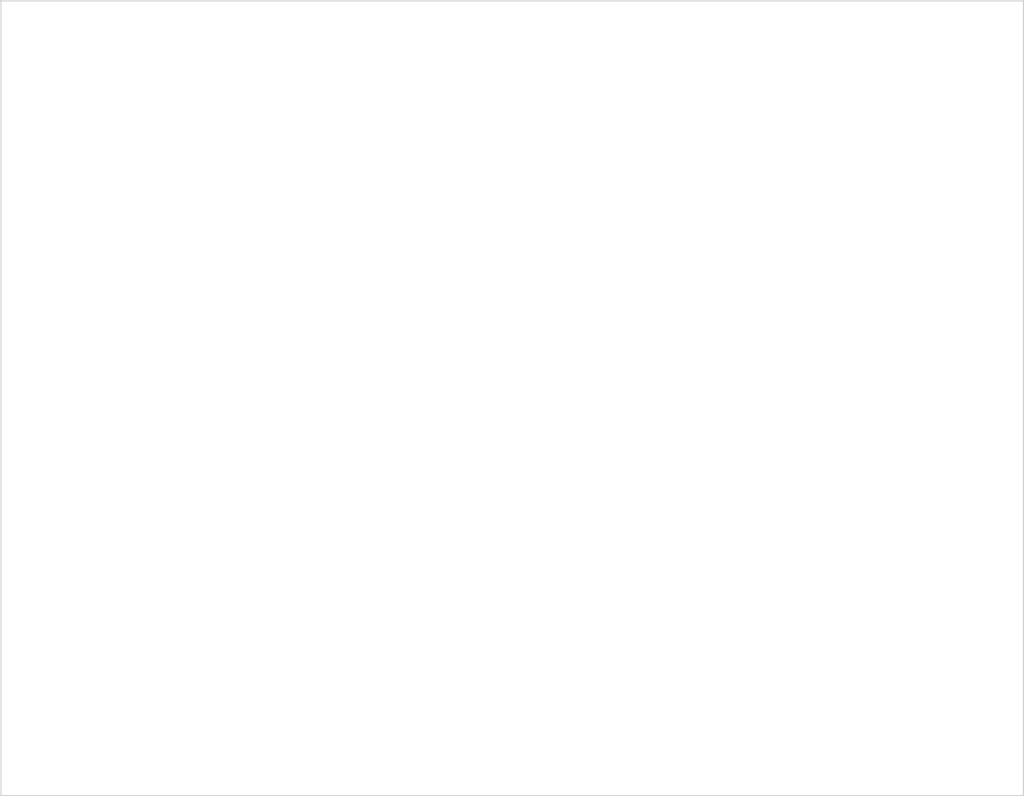
<source format=kicad_pcb>
(kicad_pcb (version 3) (host pcbnew "(2013-june-11)-stable")

  (general
    (links 0)
    (no_connects 0)
    (area 0 0 0 0)
    (thickness 1.6)
    (drawings 4)
    (tracks 0)
    (zones 0)
    (modules 0)
    (nets 1)
  )

  (page A3)
  (layers
    (15 F.Cu signal)
    (0 B.Cu signal)
    (16 B.Adhes user)
    (17 F.Adhes user)
    (18 B.Paste user)
    (19 F.Paste user)
    (20 B.SilkS user hide)
    (21 F.SilkS user)
    (22 B.Mask user)
    (23 F.Mask user)
    (24 Dwgs.User user)
    (25 Cmts.User user)
    (26 Eco1.User user)
    (27 Eco2.User user)
    (28 Edge.Cuts user)
  )

  (setup
    (last_trace_width 0.254)
    (trace_clearance 0.254)
    (zone_clearance 0.508)
    (zone_45_only no)
    (trace_min 0.254)
    (segment_width 0.2)
    (edge_width 0.1)
    (via_size 0.889)
    (via_drill 0.635)
    (via_min_size 0.889)
    (via_min_drill 0.508)
    (uvia_size 0.508)
    (uvia_drill 0.127)
    (uvias_allowed no)
    (uvia_min_size 0.508)
    (uvia_min_drill 0.127)
    (pcb_text_width 0.3)
    (pcb_text_size 1.5 1.5)
    (mod_edge_width 0.15)
    (mod_text_size 1 1)
    (mod_text_width 0.15)
    (pad_size 1.5 1.5)
    (pad_drill 0.6)
    (pad_to_mask_clearance 0)
    (aux_axis_origin 0 0)
    (visible_elements FFFFFFBF)
    (pcbplotparams
      (layerselection 3178497)
      (usegerberextensions true)
      (excludeedgelayer true)
      (linewidth 0.150000)
      (plotframeref false)
      (viasonmask false)
      (mode 1)
      (useauxorigin false)
      (hpglpennumber 1)
      (hpglpenspeed 20)
      (hpglpendiameter 15)
      (hpglpenoverlay 2)
      (psnegative false)
      (psa4output false)
      (plotreference true)
      (plotvalue true)
      (plotothertext true)
      (plotinvisibletext false)
      (padsonsilk false)
      (subtractmaskfromsilk false)
      (outputformat 1)
      (mirror false)
      (drillshape 1)
      (scaleselection 1)
      (outputdirectory ""))
  )

  (net 0 "")

  (net_class Default "This is the default net class."
    (clearance 0.254)
    (trace_width 0.254)
    (via_dia 0.889)
    (via_drill 0.635)
    (uvia_dia 0.508)
    (uvia_drill 0.127)
    (add_net "")
  )

  (gr_line (start 161.29 173.99) (end 229.87 173.99) (angle 90) (layer Edge.Cuts) (width 0.1))
  (gr_line (start 161.29 120.65) (end 161.29 173.99) (angle 90) (layer Edge.Cuts) (width 0.1))
  (gr_line (start 229.87 120.65) (end 161.29 120.65) (angle 90) (layer Edge.Cuts) (width 0.1))
  (gr_line (start 229.87 173.99) (end 229.87 120.65) (angle 90) (layer Edge.Cuts) (width 0.1))

)

</source>
